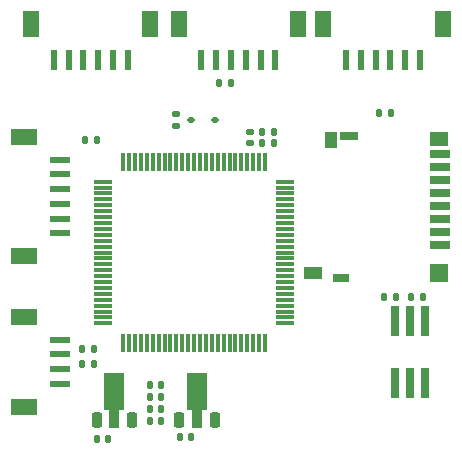
<source format=gbr>
%TF.GenerationSoftware,KiCad,Pcbnew,8.0.8-8.0.8-0~ubuntu24.04.1*%
%TF.CreationDate,2025-02-06T17:28:44+09:00*%
%TF.ProjectId,STM32-FC,53544d33-322d-4464-932e-6b696361645f,rev?*%
%TF.SameCoordinates,Original*%
%TF.FileFunction,Paste,Bot*%
%TF.FilePolarity,Positive*%
%FSLAX46Y46*%
G04 Gerber Fmt 4.6, Leading zero omitted, Abs format (unit mm)*
G04 Created by KiCad (PCBNEW 8.0.8-8.0.8-0~ubuntu24.04.1) date 2025-02-06 17:28:44*
%MOMM*%
%LPD*%
G01*
G04 APERTURE LIST*
G04 Aperture macros list*
%AMRoundRect*
0 Rectangle with rounded corners*
0 $1 Rounding radius*
0 $2 $3 $4 $5 $6 $7 $8 $9 X,Y pos of 4 corners*
0 Add a 4 corners polygon primitive as box body*
4,1,4,$2,$3,$4,$5,$6,$7,$8,$9,$2,$3,0*
0 Add four circle primitives for the rounded corners*
1,1,$1+$1,$2,$3*
1,1,$1+$1,$4,$5*
1,1,$1+$1,$6,$7*
1,1,$1+$1,$8,$9*
0 Add four rect primitives between the rounded corners*
20,1,$1+$1,$2,$3,$4,$5,0*
20,1,$1+$1,$4,$5,$6,$7,0*
20,1,$1+$1,$6,$7,$8,$9,0*
20,1,$1+$1,$8,$9,$2,$3,0*%
%AMFreePoly0*
4,1,9,3.862500,-0.866500,0.737500,-0.866500,0.737500,-0.450000,-0.737500,-0.450000,-0.737500,0.450000,0.737500,0.450000,0.737500,0.866500,3.862500,0.866500,3.862500,-0.866500,3.862500,-0.866500,$1*%
G04 Aperture macros list end*
%ADD10RoundRect,0.135000X-0.135000X-0.185000X0.135000X-0.185000X0.135000X0.185000X-0.135000X0.185000X0*%
%ADD11RoundRect,0.140000X-0.140000X-0.170000X0.140000X-0.170000X0.140000X0.170000X-0.140000X0.170000X0*%
%ADD12RoundRect,0.225000X0.225000X-0.425000X0.225000X0.425000X-0.225000X0.425000X-0.225000X-0.425000X0*%
%ADD13FreePoly0,90.000000*%
%ADD14RoundRect,0.135000X0.135000X0.185000X-0.135000X0.185000X-0.135000X-0.185000X0.135000X-0.185000X0*%
%ADD15RoundRect,0.140000X0.140000X0.170000X-0.140000X0.170000X-0.140000X-0.170000X0.140000X-0.170000X0*%
%ADD16R,1.400000X2.225000*%
%ADD17R,0.600000X1.800000*%
%ADD18RoundRect,0.135000X0.185000X-0.135000X0.185000X0.135000X-0.185000X0.135000X-0.185000X-0.135000X0*%
%ADD19R,1.750000X0.700000*%
%ADD20R,1.000000X1.450000*%
%ADD21R,1.550000X1.000000*%
%ADD22R,1.500000X0.800000*%
%ADD23R,1.500000X1.300000*%
%ADD24R,1.500000X1.500000*%
%ADD25R,1.400000X0.800000*%
%ADD26RoundRect,0.075000X0.075000X-0.725000X0.075000X0.725000X-0.075000X0.725000X-0.075000X-0.725000X0*%
%ADD27RoundRect,0.075000X0.725000X-0.075000X0.725000X0.075000X-0.725000X0.075000X-0.725000X-0.075000X0*%
%ADD28R,2.225000X1.400000*%
%ADD29R,1.800000X0.600000*%
%ADD30RoundRect,0.112500X0.187500X0.112500X-0.187500X0.112500X-0.187500X-0.112500X0.187500X-0.112500X0*%
%ADD31R,0.760000X2.650000*%
%ADD32RoundRect,0.140000X0.170000X-0.140000X0.170000X0.140000X-0.170000X0.140000X-0.170000X-0.140000X0*%
G04 APERTURE END LIST*
D10*
%TO.C,R1*%
X151840000Y-94500000D03*
X152860000Y-94500000D03*
%TD*%
D11*
%TO.C,C14*%
X134520000Y-106400000D03*
X135480000Y-106400000D03*
%TD*%
D12*
%TO.C,U3*%
X130500000Y-104950000D03*
D13*
X129000000Y-104862500D03*
D12*
X127500000Y-104950000D03*
%TD*%
D14*
%TO.C,R30*%
X138910000Y-76400000D03*
X137890000Y-76400000D03*
%TD*%
D12*
%TO.C,U4*%
X137500000Y-104950000D03*
D13*
X136000000Y-104862500D03*
D12*
X134500000Y-104950000D03*
%TD*%
D15*
%TO.C,C12*%
X142480000Y-80520000D03*
X141520000Y-80520000D03*
%TD*%
D16*
%TO.C,J11*%
X156800000Y-71362500D03*
X146700000Y-71362500D03*
D17*
X154875000Y-74425000D03*
X153625000Y-74425000D03*
X152375000Y-74425000D03*
X151125000Y-74425000D03*
X149875000Y-74425000D03*
X148625000Y-74425000D03*
%TD*%
D11*
%TO.C,C5*%
X126540000Y-81250000D03*
X127500000Y-81250000D03*
%TD*%
D18*
%TO.C,R5*%
X134250000Y-80010000D03*
X134250000Y-78990000D03*
%TD*%
D11*
%TO.C,C17*%
X132020000Y-105000000D03*
X132980000Y-105000000D03*
%TD*%
D19*
%TO.C,J4*%
X156600000Y-90075000D03*
X156600000Y-88975000D03*
X156600000Y-87875000D03*
X156600000Y-86775000D03*
X156600000Y-85675000D03*
X156600000Y-84575000D03*
X156600000Y-83475000D03*
X156600000Y-82375000D03*
D20*
X147375000Y-81250000D03*
D21*
X145800000Y-92475000D03*
D22*
X148875000Y-80925000D03*
D23*
X156475000Y-81175000D03*
D24*
X156475000Y-92525000D03*
D25*
X148225000Y-92875000D03*
%TD*%
D11*
%TO.C,C13*%
X127520000Y-106500000D03*
X128480000Y-106500000D03*
%TD*%
D26*
%TO.C,U1*%
X141750000Y-98425000D03*
X141250000Y-98425000D03*
X140750000Y-98425000D03*
X140250000Y-98425000D03*
X139750000Y-98425000D03*
X139250000Y-98425000D03*
X138750000Y-98425000D03*
X138250000Y-98425000D03*
X137750000Y-98425000D03*
X137250000Y-98425000D03*
X136750000Y-98425000D03*
X136250000Y-98425000D03*
X135750000Y-98425000D03*
X135250000Y-98425000D03*
X134750000Y-98425000D03*
X134250000Y-98425000D03*
X133750000Y-98425000D03*
X133250000Y-98425000D03*
X132750000Y-98425000D03*
X132250000Y-98425000D03*
X131750000Y-98425000D03*
X131250000Y-98425000D03*
X130750000Y-98425000D03*
X130250000Y-98425000D03*
X129750000Y-98425000D03*
D27*
X128075000Y-96750000D03*
X128075000Y-96250000D03*
X128075000Y-95750000D03*
X128075000Y-95250000D03*
X128075000Y-94750000D03*
X128075000Y-94250000D03*
X128075000Y-93750000D03*
X128075000Y-93250000D03*
X128075000Y-92750000D03*
X128075000Y-92250000D03*
X128075000Y-91750000D03*
X128075000Y-91250000D03*
X128075000Y-90750000D03*
X128075000Y-90250000D03*
X128075000Y-89750000D03*
X128075000Y-89250000D03*
X128075000Y-88750000D03*
X128075000Y-88250000D03*
X128075000Y-87750000D03*
X128075000Y-87250000D03*
X128075000Y-86750000D03*
X128075000Y-86250000D03*
X128075000Y-85750000D03*
X128075000Y-85250000D03*
X128075000Y-84750000D03*
D26*
X129750000Y-83075000D03*
X130250000Y-83075000D03*
X130750000Y-83075000D03*
X131250000Y-83075000D03*
X131750000Y-83075000D03*
X132250000Y-83075000D03*
X132750000Y-83075000D03*
X133250000Y-83075000D03*
X133750000Y-83075000D03*
X134250000Y-83075000D03*
X134750000Y-83075000D03*
X135250000Y-83075000D03*
X135750000Y-83075000D03*
X136250000Y-83075000D03*
X136750000Y-83075000D03*
X137250000Y-83075000D03*
X137750000Y-83075000D03*
X138250000Y-83075000D03*
X138750000Y-83075000D03*
X139250000Y-83075000D03*
X139750000Y-83075000D03*
X140250000Y-83075000D03*
X140750000Y-83075000D03*
X141250000Y-83075000D03*
X141750000Y-83075000D03*
D27*
X143425000Y-84750000D03*
X143425000Y-85250000D03*
X143425000Y-85750000D03*
X143425000Y-86250000D03*
X143425000Y-86750000D03*
X143425000Y-87250000D03*
X143425000Y-87750000D03*
X143425000Y-88250000D03*
X143425000Y-88750000D03*
X143425000Y-89250000D03*
X143425000Y-89750000D03*
X143425000Y-90250000D03*
X143425000Y-90750000D03*
X143425000Y-91250000D03*
X143425000Y-91750000D03*
X143425000Y-92250000D03*
X143425000Y-92750000D03*
X143425000Y-93250000D03*
X143425000Y-93750000D03*
X143425000Y-94250000D03*
X143425000Y-94750000D03*
X143425000Y-95250000D03*
X143425000Y-95750000D03*
X143425000Y-96250000D03*
X143425000Y-96750000D03*
%TD*%
D11*
%TO.C,C16*%
X132020000Y-103000000D03*
X132980000Y-103000000D03*
%TD*%
D16*
%TO.C,J12*%
X144550000Y-71362500D03*
X134450000Y-71362500D03*
D17*
X142625000Y-74425000D03*
X141375000Y-74425000D03*
X140125000Y-74425000D03*
X138875000Y-74425000D03*
X137625000Y-74425000D03*
X136375000Y-74425000D03*
%TD*%
D10*
%TO.C,R29*%
X151390000Y-78900000D03*
X152410000Y-78900000D03*
%TD*%
D11*
%TO.C,C15*%
X132020000Y-104000000D03*
X132980000Y-104000000D03*
%TD*%
D28*
%TO.C,J13*%
X121362500Y-96200000D03*
X121362500Y-103800000D03*
D29*
X124425000Y-98125000D03*
X124425000Y-99375000D03*
X124425000Y-100625000D03*
X124425000Y-101875000D03*
%TD*%
D30*
%TO.C,D3*%
X137550000Y-79500000D03*
X135450000Y-79500000D03*
%TD*%
D31*
%TO.C,SW2*%
X155270000Y-101825000D03*
X154000000Y-101825000D03*
X152730000Y-101825000D03*
X152730000Y-96575000D03*
X154000000Y-96575000D03*
X155270000Y-96575000D03*
%TD*%
D14*
%TO.C,R32*%
X127310000Y-100200000D03*
X126290000Y-100200000D03*
%TD*%
D32*
%TO.C,C6*%
X140500000Y-81480000D03*
X140500000Y-80520000D03*
%TD*%
D16*
%TO.C,J3*%
X132050000Y-71362500D03*
X121950000Y-71362500D03*
D17*
X130125000Y-74425000D03*
X128875000Y-74425000D03*
X127625000Y-74425000D03*
X126375000Y-74425000D03*
X125125000Y-74425000D03*
X123875000Y-74425000D03*
%TD*%
D28*
%TO.C,J1*%
X121362500Y-80950000D03*
X121362500Y-91050000D03*
D29*
X124425000Y-82875000D03*
X124425000Y-84125000D03*
X124425000Y-85375000D03*
X124425000Y-86625000D03*
X124425000Y-87875000D03*
X124425000Y-89125000D03*
%TD*%
D14*
%TO.C,R31*%
X127310000Y-98950000D03*
X126290000Y-98950000D03*
%TD*%
D11*
%TO.C,C18*%
X132020000Y-102000000D03*
X132980000Y-102000000D03*
%TD*%
D14*
%TO.C,R2*%
X155110000Y-94500000D03*
X154090000Y-94500000D03*
%TD*%
D15*
%TO.C,C11*%
X142480000Y-81500000D03*
X141520000Y-81500000D03*
%TD*%
M02*

</source>
